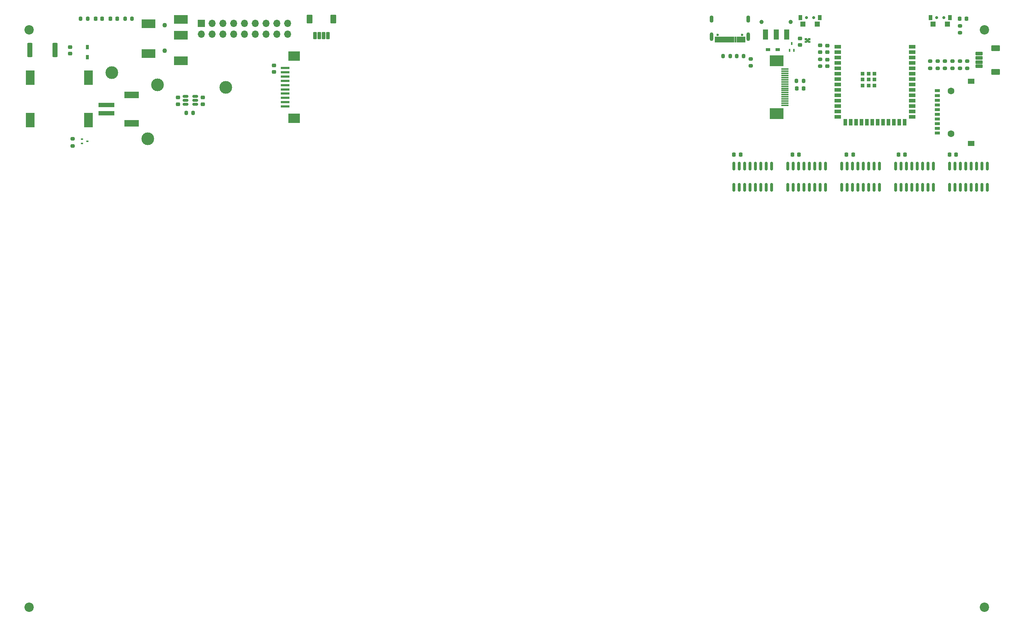
<source format=gbr>
%TF.GenerationSoftware,KiCad,Pcbnew,8.0.3*%
%TF.CreationDate,2024-06-27T08:50:16+01:00*%
%TF.ProjectId,esp32-s3-spectrum,65737033-322d-4733-932d-737065637472,rev?*%
%TF.SameCoordinates,Original*%
%TF.FileFunction,Soldermask,Top*%
%TF.FilePolarity,Negative*%
%FSLAX46Y46*%
G04 Gerber Fmt 4.6, Leading zero omitted, Abs format (unit mm)*
G04 Created by KiCad (PCBNEW 8.0.3) date 2024-06-27 08:50:16*
%MOMM*%
%LPD*%
G01*
G04 APERTURE LIST*
G04 Aperture macros list*
%AMRoundRect*
0 Rectangle with rounded corners*
0 $1 Rounding radius*
0 $2 $3 $4 $5 $6 $7 $8 $9 X,Y pos of 4 corners*
0 Add a 4 corners polygon primitive as box body*
4,1,4,$2,$3,$4,$5,$6,$7,$8,$9,$2,$3,0*
0 Add four circle primitives for the rounded corners*
1,1,$1+$1,$2,$3*
1,1,$1+$1,$4,$5*
1,1,$1+$1,$6,$7*
1,1,$1+$1,$8,$9*
0 Add four rect primitives between the rounded corners*
20,1,$1+$1,$2,$3,$4,$5,0*
20,1,$1+$1,$4,$5,$6,$7,0*
20,1,$1+$1,$6,$7,$8,$9,0*
20,1,$1+$1,$8,$9,$2,$3,0*%
G04 Aperture macros list end*
%ADD10C,0.010000*%
%ADD11RoundRect,0.200000X-0.200000X-0.275000X0.200000X-0.275000X0.200000X0.275000X-0.200000X0.275000X0*%
%ADD12RoundRect,0.218750X-0.218750X-0.256250X0.218750X-0.256250X0.218750X0.256250X-0.218750X0.256250X0*%
%ADD13RoundRect,0.225000X-0.225000X-0.250000X0.225000X-0.250000X0.225000X0.250000X-0.225000X0.250000X0*%
%ADD14RoundRect,0.250000X0.362500X1.425000X-0.362500X1.425000X-0.362500X-1.425000X0.362500X-1.425000X0*%
%ADD15RoundRect,0.225000X-0.250000X0.225000X-0.250000X-0.225000X0.250000X-0.225000X0.250000X0.225000X0*%
%ADD16R,3.800000X1.000000*%
%ADD17R,3.400000X1.500000*%
%ADD18C,1.100000*%
%ADD19R,3.200000X2.000000*%
%ADD20C,3.000000*%
%ADD21C,0.600000*%
%ADD22O,0.900000X2.000000*%
%ADD23O,0.900000X1.700000*%
%ADD24C,2.200000*%
%ADD25R,0.400000X0.800000*%
%ADD26RoundRect,0.200000X0.275000X-0.200000X0.275000X0.200000X-0.275000X0.200000X-0.275000X-0.200000X0*%
%ADD27RoundRect,0.200000X0.200000X0.275000X-0.200000X0.275000X-0.200000X-0.275000X0.200000X-0.275000X0*%
%ADD28R,1.000000X0.750000*%
%ADD29RoundRect,0.218750X0.218750X0.256250X-0.218750X0.256250X-0.218750X-0.256250X0.218750X-0.256250X0*%
%ADD30C,0.700000*%
%ADD31R,0.900000X1.200000*%
%ADD32R,1.200000X1.300000*%
%ADD33RoundRect,0.150000X0.150000X-0.825000X0.150000X0.825000X-0.150000X0.825000X-0.150000X-0.825000X0*%
%ADD34RoundRect,0.225000X0.250000X-0.225000X0.250000X0.225000X-0.250000X0.225000X-0.250000X-0.225000X0*%
%ADD35C,1.600000*%
%ADD36R,1.300000X0.800000*%
%ADD37R,1.600000X1.300000*%
%ADD38RoundRect,0.100000X0.155000X0.100000X-0.155000X0.100000X-0.155000X-0.100000X0.155000X-0.100000X0*%
%ADD39RoundRect,0.200000X-0.275000X0.200000X-0.275000X-0.200000X0.275000X-0.200000X0.275000X0.200000X0*%
%ADD40RoundRect,0.102000X0.775000X-0.300000X0.775000X0.300000X-0.775000X0.300000X-0.775000X-0.300000X0*%
%ADD41RoundRect,0.102000X-0.900000X0.600000X-0.900000X-0.600000X0.900000X-0.600000X0.900000X0.600000X0*%
%ADD42R,2.000000X0.600000*%
%ADD43R,2.800000X2.300000*%
%ADD44R,2.000000X3.500000*%
%ADD45RoundRect,0.150000X0.512500X0.150000X-0.512500X0.150000X-0.512500X-0.150000X0.512500X-0.150000X0*%
%ADD46R,1.700000X1.700000*%
%ADD47O,1.700000X1.700000*%
%ADD48R,1.800000X0.300000*%
%ADD49R,3.200000X2.500000*%
%ADD50RoundRect,0.102000X0.300000X0.775000X-0.300000X0.775000X-0.300000X-0.775000X0.300000X-0.775000X0*%
%ADD51RoundRect,0.102000X-0.600000X-0.900000X0.600000X-0.900000X0.600000X0.900000X-0.600000X0.900000X0*%
%ADD52R,1.500000X0.900000*%
%ADD53R,0.900000X1.500000*%
%ADD54R,0.900000X0.900000*%
%ADD55C,1.000000*%
%ADD56R,1.200000X2.450000*%
%ADD57R,0.750000X1.000000*%
G04 APERTURE END LIST*
D10*
%TO.C,J1*%
X188180000Y-39340000D02*
X187480000Y-39340000D01*
X187480000Y-38100000D01*
X188180000Y-38100000D01*
X188180000Y-39340000D01*
G36*
X188180000Y-39340000D02*
G01*
X187480000Y-39340000D01*
X187480000Y-38100000D01*
X188180000Y-38100000D01*
X188180000Y-39340000D01*
G37*
X188980000Y-39340000D02*
X188280000Y-39340000D01*
X188280000Y-38100000D01*
X188980000Y-38100000D01*
X188980000Y-39340000D01*
G36*
X188980000Y-39340000D02*
G01*
X188280000Y-39340000D01*
X188280000Y-38100000D01*
X188980000Y-38100000D01*
X188980000Y-39340000D01*
G37*
X189480000Y-39340000D02*
X189080000Y-39340000D01*
X189080000Y-38100000D01*
X189480000Y-38100000D01*
X189480000Y-39340000D01*
G36*
X189480000Y-39340000D02*
G01*
X189080000Y-39340000D01*
X189080000Y-38100000D01*
X189480000Y-38100000D01*
X189480000Y-39340000D01*
G37*
X189980000Y-39340000D02*
X189580000Y-39340000D01*
X189580000Y-38100000D01*
X189980000Y-38100000D01*
X189980000Y-39340000D01*
G36*
X189980000Y-39340000D02*
G01*
X189580000Y-39340000D01*
X189580000Y-38100000D01*
X189980000Y-38100000D01*
X189980000Y-39340000D01*
G37*
X190480000Y-39340000D02*
X190080000Y-39340000D01*
X190080000Y-38100000D01*
X190480000Y-38100000D01*
X190480000Y-39340000D01*
G36*
X190480000Y-39340000D02*
G01*
X190080000Y-39340000D01*
X190080000Y-38100000D01*
X190480000Y-38100000D01*
X190480000Y-39340000D01*
G37*
X190980000Y-39340000D02*
X190580000Y-39340000D01*
X190580000Y-38100000D01*
X190980000Y-38100000D01*
X190980000Y-39340000D01*
G36*
X190980000Y-39340000D02*
G01*
X190580000Y-39340000D01*
X190580000Y-38100000D01*
X190980000Y-38100000D01*
X190980000Y-39340000D01*
G37*
X191480000Y-39340000D02*
X191080000Y-39340000D01*
X191080000Y-38100000D01*
X191480000Y-38100000D01*
X191480000Y-39340000D01*
G36*
X191480000Y-39340000D02*
G01*
X191080000Y-39340000D01*
X191080000Y-38100000D01*
X191480000Y-38100000D01*
X191480000Y-39340000D01*
G37*
X191980000Y-39340000D02*
X191580000Y-39340000D01*
X191580000Y-38100000D01*
X191980000Y-38100000D01*
X191980000Y-39340000D01*
G36*
X191980000Y-39340000D02*
G01*
X191580000Y-39340000D01*
X191580000Y-38100000D01*
X191980000Y-38100000D01*
X191980000Y-39340000D01*
G37*
X192480000Y-39340000D02*
X192080000Y-39340000D01*
X192080000Y-38100000D01*
X192480000Y-38100000D01*
X192480000Y-39340000D01*
G36*
X192480000Y-39340000D02*
G01*
X192080000Y-39340000D01*
X192080000Y-38100000D01*
X192480000Y-38100000D01*
X192480000Y-39340000D01*
G37*
X192980000Y-39340000D02*
X192580000Y-39340000D01*
X192580000Y-38100000D01*
X192980000Y-38100000D01*
X192980000Y-39340000D01*
G36*
X192980000Y-39340000D02*
G01*
X192580000Y-39340000D01*
X192580000Y-38100000D01*
X192980000Y-38100000D01*
X192980000Y-39340000D01*
G37*
X193780000Y-39340000D02*
X193080000Y-39340000D01*
X193080000Y-38100000D01*
X193780000Y-38100000D01*
X193780000Y-39340000D01*
G36*
X193780000Y-39340000D02*
G01*
X193080000Y-39340000D01*
X193080000Y-38100000D01*
X193780000Y-38100000D01*
X193780000Y-39340000D01*
G37*
X194580000Y-39340000D02*
X193880000Y-39340000D01*
X193880000Y-38100000D01*
X194580000Y-38100000D01*
X194580000Y-39340000D01*
G36*
X194580000Y-39340000D02*
G01*
X193880000Y-39340000D01*
X193880000Y-38100000D01*
X194580000Y-38100000D01*
X194580000Y-39340000D01*
G37*
%TO.C,U6*%
X209565000Y-39285000D02*
X208945000Y-39285000D01*
X208945000Y-38665000D01*
X209565000Y-38665000D01*
X209565000Y-39285000D01*
G36*
X209565000Y-39285000D02*
G01*
X208945000Y-39285000D01*
X208945000Y-38665000D01*
X209565000Y-38665000D01*
X209565000Y-39285000D01*
G37*
X209095000Y-38655000D02*
X208920000Y-38830000D01*
X208605000Y-38830000D01*
X208605000Y-38470000D01*
X209095000Y-38470000D01*
X209095000Y-38655000D01*
G36*
X209095000Y-38655000D02*
G01*
X208920000Y-38830000D01*
X208605000Y-38830000D01*
X208605000Y-38470000D01*
X209095000Y-38470000D01*
X209095000Y-38655000D01*
G37*
X209095000Y-39295000D02*
X209095000Y-39480000D01*
X208605000Y-39480000D01*
X208605000Y-39120000D01*
X208920000Y-39120000D01*
X209095000Y-39295000D01*
G36*
X209095000Y-39295000D02*
G01*
X209095000Y-39480000D01*
X208605000Y-39480000D01*
X208605000Y-39120000D01*
X208920000Y-39120000D01*
X209095000Y-39295000D01*
G37*
X209905000Y-38830000D02*
X209590000Y-38830000D01*
X209415000Y-38655000D01*
X209415000Y-38470000D01*
X209905000Y-38470000D01*
X209905000Y-38830000D01*
G36*
X209905000Y-38830000D02*
G01*
X209590000Y-38830000D01*
X209415000Y-38655000D01*
X209415000Y-38470000D01*
X209905000Y-38470000D01*
X209905000Y-38830000D01*
G37*
X209905000Y-39480000D02*
X209415000Y-39480000D01*
X209415000Y-39295000D01*
X209590000Y-39120000D01*
X209905000Y-39120000D01*
X209905000Y-39480000D01*
G36*
X209905000Y-39480000D02*
G01*
X209415000Y-39480000D01*
X209415000Y-39295000D01*
X209590000Y-39120000D01*
X209905000Y-39120000D01*
X209905000Y-39480000D01*
G37*
%TD*%
D11*
%TO.C,R7*%
X38130000Y-33860000D03*
X39780000Y-33860000D03*
%TD*%
D12*
%TO.C,D1*%
X45160832Y-33900000D03*
X46735832Y-33900000D03*
%TD*%
D13*
%TO.C,C2*%
X206785000Y-50330000D03*
X208335000Y-50330000D03*
%TD*%
D14*
%TO.C,R3*%
X32080000Y-41260000D03*
X26155000Y-41260000D03*
%TD*%
D15*
%TO.C,C14*%
X207520000Y-38495000D03*
X207520000Y-40045000D03*
%TD*%
D16*
%TO.C,CN3*%
X44230000Y-56160000D03*
X44230000Y-54160000D03*
D17*
X50090000Y-51810000D03*
X50090000Y-58510000D03*
%TD*%
D18*
%TO.C,CN1*%
X57900000Y-35372500D03*
X57900000Y-41372500D03*
D19*
X61700000Y-34072500D03*
X54100000Y-35072500D03*
X61700000Y-37772500D03*
X54100000Y-42072500D03*
X61700000Y-43772500D03*
%TD*%
D13*
%TO.C,C11*%
X218480000Y-65835000D03*
X220030000Y-65835000D03*
%TD*%
D20*
%TO.C,TP4*%
X53950000Y-62140000D03*
%TD*%
D21*
%TO.C,J1*%
X193920000Y-37650000D03*
X188140000Y-37650000D03*
D22*
X195355000Y-38140000D03*
X186705000Y-38140000D03*
D23*
X195355000Y-33970000D03*
X186705000Y-33970000D03*
%TD*%
D15*
%TO.C,C1*%
X35620000Y-40535000D03*
X35620000Y-42085000D03*
%TD*%
D24*
%TO.C,H5*%
X25980000Y-172510000D03*
%TD*%
D25*
%TO.C,Q1*%
X205060000Y-41280000D03*
X206060000Y-41280000D03*
X205560000Y-39680000D03*
%TD*%
D26*
%TO.C,R30*%
X241660000Y-45540000D03*
X241660000Y-43890000D03*
%TD*%
D27*
%TO.C,R10*%
X194235000Y-42680000D03*
X192585000Y-42680000D03*
%TD*%
D28*
%TO.C,D7*%
X202300000Y-41120000D03*
X199960000Y-41120000D03*
%TD*%
D29*
%TO.C,D4*%
X246697500Y-33870000D03*
X245122500Y-33870000D03*
%TD*%
D13*
%TO.C,C13*%
X191980000Y-65835000D03*
X193530000Y-65835000D03*
%TD*%
D26*
%TO.C,R11*%
X245160000Y-37185000D03*
X245160000Y-35535000D03*
%TD*%
D30*
%TO.C,SW2*%
X209040000Y-33610000D03*
X210740000Y-33610000D03*
D31*
X207590000Y-33610000D03*
X212190000Y-33610000D03*
D32*
X208220000Y-35150000D03*
X211570000Y-35150000D03*
%TD*%
D26*
%TO.C,R29*%
X239910000Y-45540000D03*
X239910000Y-43890000D03*
%TD*%
D15*
%TO.C,C15*%
X61042500Y-52435000D03*
X61042500Y-53985000D03*
%TD*%
D33*
%TO.C,U11*%
X191925000Y-73560000D03*
X193195000Y-73560000D03*
X194465000Y-73560000D03*
X195735000Y-73560000D03*
X197005000Y-73560000D03*
X198275000Y-73560000D03*
X199545000Y-73560000D03*
X200815000Y-73560000D03*
X200815000Y-68610000D03*
X199545000Y-68610000D03*
X198275000Y-68610000D03*
X197005000Y-68610000D03*
X195735000Y-68610000D03*
X194465000Y-68610000D03*
X193195000Y-68610000D03*
X191925000Y-68610000D03*
%TD*%
D29*
%TO.C,D3*%
X43199166Y-33900000D03*
X41624166Y-33900000D03*
%TD*%
D27*
%TO.C,R1*%
X50230000Y-33860000D03*
X48580000Y-33860000D03*
%TD*%
D34*
%TO.C,C16*%
X213930000Y-41735000D03*
X213930000Y-40185000D03*
%TD*%
D27*
%TO.C,R5*%
X208365000Y-48540000D03*
X206715000Y-48540000D03*
%TD*%
D35*
%TO.C,Card1*%
X243070000Y-60930000D03*
X243070000Y-50930000D03*
D36*
X239880000Y-53080000D03*
X239880000Y-54180000D03*
X239880000Y-55280000D03*
X239880000Y-56380000D03*
X239880000Y-57480000D03*
X239880000Y-58580000D03*
X239880000Y-59680000D03*
X239880000Y-60780000D03*
D37*
X247820000Y-48630000D03*
X247820000Y-63230000D03*
D36*
X239880000Y-51980000D03*
X239880000Y-50780000D03*
%TD*%
D38*
%TO.C,Q2*%
X38440000Y-62260000D03*
X38440000Y-63260000D03*
X39730000Y-62760000D03*
%TD*%
D30*
%TO.C,SW4*%
X239700000Y-33630000D03*
X241400000Y-33630000D03*
D31*
X238250000Y-33630000D03*
X242850000Y-33630000D03*
D32*
X238880000Y-35170000D03*
X242230000Y-35170000D03*
%TD*%
D33*
%TO.C,U9*%
X217330000Y-73560000D03*
X218600000Y-73560000D03*
X219870000Y-73560000D03*
X221140000Y-73560000D03*
X222410000Y-73560000D03*
X223680000Y-73560000D03*
X224950000Y-73560000D03*
X226220000Y-73560000D03*
X226220000Y-68610000D03*
X224950000Y-68610000D03*
X223680000Y-68610000D03*
X222410000Y-68610000D03*
X221140000Y-68610000D03*
X219870000Y-68610000D03*
X218600000Y-68610000D03*
X217330000Y-68610000D03*
%TD*%
D39*
%TO.C,R2*%
X195880000Y-43345000D03*
X195880000Y-44995000D03*
%TD*%
D40*
%TO.C,QWIIC2*%
X249705000Y-45080000D03*
X249705000Y-44080000D03*
X249705000Y-43080000D03*
X249705000Y-42080000D03*
D41*
X253580000Y-46380000D03*
X253580000Y-40780000D03*
%TD*%
D20*
%TO.C,TP1*%
X72340000Y-50030000D03*
%TD*%
D42*
%TO.C,U3*%
X86267500Y-45510000D03*
X86267500Y-46510000D03*
X86267500Y-47510000D03*
X86267500Y-48510000D03*
X86267500Y-49510000D03*
X86267500Y-50510000D03*
X86267500Y-51510000D03*
X86267500Y-52510000D03*
X86267500Y-53510000D03*
X86267500Y-54510000D03*
D43*
X88407500Y-57310000D03*
X88407500Y-42710000D03*
%TD*%
D44*
%TO.C,BUZ1*%
X26230000Y-57760000D03*
X39930000Y-57760000D03*
X39930000Y-47760000D03*
X26230000Y-47760000D03*
%TD*%
D11*
%TO.C,R6*%
X62992500Y-56060000D03*
X64642500Y-56060000D03*
%TD*%
D26*
%TO.C,R32*%
X243410000Y-45540000D03*
X243410000Y-43890000D03*
%TD*%
D13*
%TO.C,C10*%
X230730000Y-65835000D03*
X232280000Y-65835000D03*
%TD*%
D39*
%TO.C,R14*%
X36230000Y-62185000D03*
X36230000Y-63835000D03*
%TD*%
D34*
%TO.C,C4*%
X83660000Y-46435000D03*
X83660000Y-44885000D03*
%TD*%
D13*
%TO.C,C12*%
X205730000Y-65835000D03*
X207280000Y-65835000D03*
%TD*%
D24*
%TO.C,H3*%
X25980000Y-36510000D03*
%TD*%
D34*
%TO.C,C17*%
X212280000Y-41710000D03*
X212280000Y-40160000D03*
%TD*%
D45*
%TO.C,U1*%
X65130000Y-54060000D03*
X65130000Y-53110000D03*
X65130000Y-52160000D03*
X62855000Y-52160000D03*
X62855000Y-53110000D03*
X62855000Y-54060000D03*
%TD*%
D26*
%TO.C,R33*%
X245160000Y-45540000D03*
X245160000Y-43890000D03*
%TD*%
%TO.C,R31*%
X246910000Y-45540000D03*
X246910000Y-43890000D03*
%TD*%
D46*
%TO.C,J2*%
X66580000Y-34970000D03*
D47*
X66580000Y-37510000D03*
X69120000Y-34970000D03*
X69120000Y-37510000D03*
X71660000Y-34970000D03*
X71660000Y-37510000D03*
X74200000Y-34970000D03*
X74200000Y-37510000D03*
X76740000Y-34970000D03*
X76740000Y-37510000D03*
X79280000Y-34970000D03*
X79280000Y-37510000D03*
X81820000Y-34970000D03*
X81820000Y-37510000D03*
X84360000Y-34970000D03*
X84360000Y-37510000D03*
X86900000Y-34970000D03*
X86900000Y-37510000D03*
%TD*%
D15*
%TO.C,C5*%
X66892500Y-52435000D03*
X66892500Y-53985000D03*
%TD*%
D48*
%TO.C,CN2*%
X203950000Y-54260000D03*
X203950000Y-53760000D03*
X203950000Y-53260000D03*
X203950000Y-52760000D03*
X203950000Y-52260000D03*
X203950000Y-51760000D03*
X203950000Y-51260000D03*
X203950000Y-50760000D03*
X203950000Y-50260000D03*
X203950000Y-49760000D03*
X203950000Y-49260000D03*
X203950000Y-48760000D03*
X203950000Y-48260000D03*
X203950000Y-47760000D03*
X203950000Y-47260000D03*
X203950000Y-46760000D03*
X203950000Y-46260000D03*
X203950000Y-45760000D03*
D49*
X202050000Y-43810000D03*
X202050000Y-56210000D03*
%TD*%
D50*
%TO.C,QWIIC1*%
X96320000Y-37860000D03*
X95320000Y-37860000D03*
X94320000Y-37860000D03*
X93320000Y-37860000D03*
D51*
X97620000Y-33985000D03*
X92020000Y-33985000D03*
%TD*%
D20*
%TO.C,TP2*%
X45430000Y-46550000D03*
%TD*%
D13*
%TO.C,C8*%
X242730000Y-65835000D03*
X244280000Y-65835000D03*
%TD*%
D11*
%TO.C,R12*%
X189405000Y-42680000D03*
X191055000Y-42680000D03*
%TD*%
D15*
%TO.C,C3*%
X213930000Y-43485000D03*
X213930000Y-45035000D03*
%TD*%
D52*
%TO.C,U4*%
X216405000Y-40500000D03*
X216405000Y-41770000D03*
X216405000Y-43040000D03*
X216405000Y-44310000D03*
X216405000Y-45580000D03*
X216405000Y-46850000D03*
X216405000Y-48120000D03*
X216405000Y-49390000D03*
X216405000Y-50660000D03*
X216405000Y-51930000D03*
X216405000Y-53200000D03*
X216405000Y-54470000D03*
X216405000Y-55740000D03*
X216405000Y-57010000D03*
D53*
X218170000Y-58260000D03*
X219440000Y-58260000D03*
X220710000Y-58260000D03*
X221980000Y-58260000D03*
X223250000Y-58260000D03*
X224520000Y-58260000D03*
X225790000Y-58260000D03*
X227060000Y-58260000D03*
X228330000Y-58260000D03*
X229600000Y-58260000D03*
X230870000Y-58260000D03*
X232140000Y-58260000D03*
D52*
X233905000Y-57010000D03*
X233905000Y-55740000D03*
X233905000Y-54470000D03*
X233905000Y-53200000D03*
X233905000Y-51930000D03*
X233905000Y-50660000D03*
X233905000Y-49390000D03*
X233905000Y-48120000D03*
X233905000Y-46850000D03*
X233905000Y-45580000D03*
X233905000Y-44310000D03*
X233905000Y-43040000D03*
X233905000Y-41770000D03*
X233905000Y-40500000D03*
D54*
X222255000Y-46820000D03*
X222255000Y-48220000D03*
X222255000Y-49620000D03*
X222255000Y-49620000D03*
X223655000Y-46820000D03*
X223655000Y-46820000D03*
X223655000Y-48220000D03*
X223655000Y-49620000D03*
X225055000Y-46820000D03*
X225055000Y-48220000D03*
X225055000Y-49620000D03*
%TD*%
D33*
%TO.C,U8*%
X230032500Y-73560000D03*
X231302500Y-73560000D03*
X232572500Y-73560000D03*
X233842500Y-73560000D03*
X235112500Y-73560000D03*
X236382500Y-73560000D03*
X237652500Y-73560000D03*
X238922500Y-73560000D03*
X238922500Y-68610000D03*
X237652500Y-68610000D03*
X236382500Y-68610000D03*
X235112500Y-68610000D03*
X233842500Y-68610000D03*
X232572500Y-68610000D03*
X231302500Y-68610000D03*
X230032500Y-68610000D03*
%TD*%
D24*
%TO.C,H2*%
X250980000Y-36510000D03*
%TD*%
D20*
%TO.C,TP3*%
X56250000Y-49480000D03*
%TD*%
D55*
%TO.C,SW1*%
X198490000Y-34595000D03*
X205290000Y-34595000D03*
D56*
X199390000Y-37565000D03*
X201890000Y-37565000D03*
X204390000Y-37565000D03*
%TD*%
D39*
%TO.C,R4*%
X212280000Y-43435000D03*
X212280000Y-45085000D03*
%TD*%
D57*
%TO.C,D6*%
X39750000Y-40570000D03*
X39750000Y-42910000D03*
%TD*%
D33*
%TO.C,U7*%
X242735000Y-73560000D03*
X244005000Y-73560000D03*
X245275000Y-73560000D03*
X246545000Y-73560000D03*
X247815000Y-73560000D03*
X249085000Y-73560000D03*
X250355000Y-73560000D03*
X251625000Y-73560000D03*
X251625000Y-68610000D03*
X250355000Y-68610000D03*
X249085000Y-68610000D03*
X247815000Y-68610000D03*
X246545000Y-68610000D03*
X245275000Y-68610000D03*
X244005000Y-68610000D03*
X242735000Y-68610000D03*
%TD*%
D24*
%TO.C,H4*%
X250980000Y-172510000D03*
%TD*%
D33*
%TO.C,U10*%
X204627500Y-73560000D03*
X205897500Y-73560000D03*
X207167500Y-73560000D03*
X208437500Y-73560000D03*
X209707500Y-73560000D03*
X210977500Y-73560000D03*
X212247500Y-73560000D03*
X213517500Y-73560000D03*
X213517500Y-68610000D03*
X212247500Y-68610000D03*
X210977500Y-68610000D03*
X209707500Y-68610000D03*
X208437500Y-68610000D03*
X207167500Y-68610000D03*
X205897500Y-68610000D03*
X204627500Y-68610000D03*
%TD*%
D26*
%TO.C,R28*%
X238160000Y-45540000D03*
X238160000Y-43890000D03*
%TD*%
M02*

</source>
